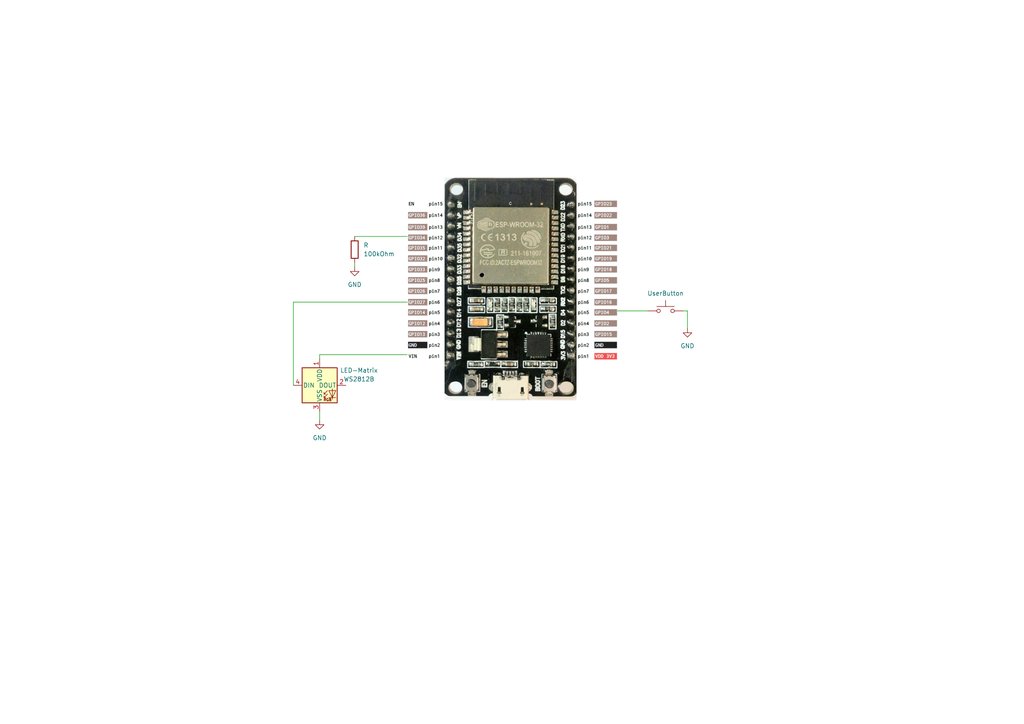
<source format=kicad_sch>
(kicad_sch (version 20211123) (generator eeschema)
  (paper "A4")
  (lib_symbols
    (symbol "Device:R" (pin_numbers hide) (pin_names (offset 0))
      (property "Reference" "R" (at 2.032 0 90))
      (property "Value" "R" (at 0 0 90))
      (symbol "R_0_1"
        (rectangle (start -1.016 -2.54) (end 1.016 2.54) (stroke (width 0.254)))
      )
      (symbol "R_1_1"
        (pin passive line (at 0 3.81 270) (length 1.27) (name "~") (number "1"))
        (pin passive line (at 0 -3.81 90) (length 1.27) (name "~") (number "2"))
      )
    )
    (symbol "LED:WS2812B" (pin_names (offset 0.254))
      (property "Reference" "D" (at 5.08 5.715 0))
      (property "Value" "WS2812B" (at 1.27 -5.715 0))
      (symbol "WS2812B_0_0"
        (text "RGB" (at 2.286 -4.191 0) (effects (font (size 0.762 0.762))))
      )
      (symbol "WS2812B_0_1"
        (polyline (pts (xy 1.27 -3.556) (xy 1.778 -3.556)))
        (polyline (pts (xy 1.27 -2.54) (xy 1.778 -2.54)))
        (polyline (pts (xy 4.699 -3.556) (xy 2.667 -3.556)))
        (polyline (pts (xy 2.286 -2.54) (xy 1.27 -3.556) (xy 1.27 -3.048)))
        (polyline (pts (xy 2.286 -1.524) (xy 1.27 -2.54) (xy 1.27 -2.032)))
        (polyline (pts (xy 3.683 -1.016) (xy 3.683 -3.556) (xy 3.683 -4.064)))
        (polyline (pts (xy 4.699 -1.524) (xy 2.667 -1.524) (xy 3.683 -3.556) (xy 4.699 -1.524)))
        (rectangle (start 5.08 5.08) (end -5.08 -5.08) (stroke (width 0.254)) (fill (type background)))
      )
      (symbol "WS2812B_1_1"
        (pin power_in line (at 0 7.62 270) (length 2.54) (name "VDD") (number "1"))
        (pin output line (at 7.62 0 180) (length 2.54) (name "DOUT") (number "2"))
        (pin power_in line (at 0 -7.62 90) (length 2.54) (name "VSS") (number "3"))
        (pin input line (at -7.62 0 0) (length 2.54) (name "DIN") (number "4"))
      )
    )
    (symbol "Switch:SW_Push" (pin_numbers hide) (pin_names (offset 1.016) hide)
      (property "Reference" "SW" (at 1.27 2.54 0))
      (property "Value" "SW_Push" (at 0 -1.524 0))
      (symbol "SW_Push_0_1"
        (circle (center -2.032 0) (radius 0.508))
        (polyline (pts (xy 0 1.27) (xy 0 3.048)))
        (polyline (pts (xy 2.54 1.27) (xy -2.54 1.27)))
        (circle (center 2.032 0) (radius 0.508))
        (pin passive line (at -5.08 0 0) (length 2.54) (name "1") (number "1"))
        (pin passive line (at 5.08 0 180) (length 2.54) (name "2") (number "2"))
      )
    )
    (symbol "power:GND" (power) (pin_names (offset 0))
      (property "Value" "GND" (at 0 -3.81 0))
      (symbol "GND_0_1"
        (polyline (pts (xy 0 0) (xy 0 -1.27) (xy 1.27 -1.27) (xy 0 -2.54) (xy -1.27 -1.27) (xy 0 -1.27)))
      )
      (symbol "GND_1_1"
        (pin power_in line (at 0 0 270) (length 0) hide (name "GND") (number "1"))
      )
    )
  )
  (wire (pts (xy 92.71 119.38) (xy 92.71 121.92)))
  (wire (pts (xy 179.07 90.17) (xy 187.96 90.17)))
  (wire (pts (xy 85.09 87.63) (xy 85.09 111.76)))
  (wire (pts (xy 92.71 102.87) (xy 92.71 104.14)))
  (wire (pts (xy 102.87 76.2) (xy 102.87 77.47)))
  (wire (pts (xy 102.87 68.58) (xy 118.11 68.58)))
  (wire (pts (xy 118.11 102.87) (xy 92.71 102.87)))
  (wire (pts (xy 118.11 87.63) (xy 85.09 87.63)))
  (wire (pts (xy 199.39 90.17) (xy 199.39 95.25)))
  (wire (pts (xy 198.12 90.17) (xy 199.39 90.17)))
  (image (at 148.59 83.82))
  (symbol (lib_id "Switch:SW_Push") (at 193.04 90.17 0) (unit 1)
    (property "Reference" "UserButton" (at 193.04 85.09 0))
    (property "Value" "UserButton" (effects hide))
  )
  (symbol (lib_id "power:GND") (at 199.39 95.25 0) (unit 1)
    (property "Reference" "#PWR?" (effects hide))
    (property "Value" "GND" (at 199.39 100.33 0))
  )
  (symbol (lib_id "power:GND") (at 102.87 77.47 0) (unit 1)
    (property "Reference" "#PWR?" (effects hide))
    (property "Value" "GND" (at 102.87 82.55 0))
  )
  (symbol (lib_id "power:GND") (at 92.71 121.92 0) (unit 1)
    (property "Reference" "#PWR?" (effects hide))
    (property "Value" "GND" (at 92.71 127 0))
  )
  (symbol (lib_id "LED:WS2812B") (at 92.71 111.76 0) (unit 1)
    (property "Reference" "LED-Matrix" (at 104.14 107.4293 0))
    (property "Value" "WS2812B" (at 104.14 109.9693 0))
    (property "Footprint" "LED_SMD:LED_WS2812B_PLCC4_5.0x5.0mm_P3.2mm" (effects hide))
    (property "Datasheet" "https://cdn-shop.adafruit.com/datasheets/WS2812B.pdf" (effects hide))
  )
  (symbol (lib_id "Device:R") (at 102.87 72.39 0) (unit 1)
    (property "Reference" "R" (at 105.41 71.1199 0) (effects (justify left)))
    (property "Value" "100kOhm" (at 105.41 73.6599 0) (effects (justify left)))
  )
)
</source>
